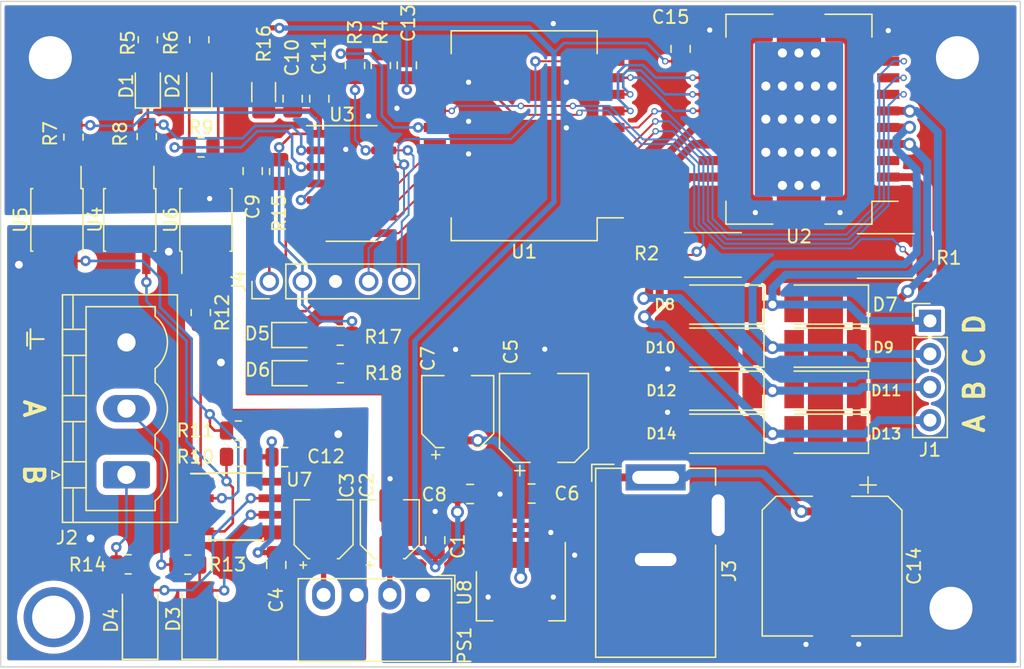
<source format=kicad_pcb>
(kicad_pcb (version 20211014) (generator pcbnew)
  (layers (0 "F.Cu" signal) (31 "B.Cu" signal) (34 "B.Paste" user) (35 "F.Paste" user) (36 "B.SilkS" user "B.Silkscreen") (37 "F.SilkS" user "F.Silkscreen") (38 "B.Mask" user) (39 "F.Mask" user) (44 "Edge.Cuts" user))
  (net 0 "")
  (net 2 "VREF")
  (net 3 "A")
  (net 4 "EN1")
  (net 5 "B")
  (net 6 "EN2")
  (net 8 "5V")
  (net 9 "IS2")
  (net 10 "IS1")
  (net 11 "DIR")
  (net 13 "CLOCK")
  (net 14 "TOP")
  (net 15 "5V-UC")
  (net 16 "GND")
  (net 18 "VCC-IC")
  (net 19 "GND1")
  (net 20 "Net-(D3-Pad2)")
  (net 21 "Net-(D4-Pad2)")
  (net 22 "Net-(R7-Pad2)")
  (net 23 "TX")
  (net 24 "RX")
  (net 26 "Net-(D5-Pad2)")
  (net 27 "RST")
  (net 28 "Net-(D1-Pad2)")
  (net 29 "MCLR")
  (net 30 "Net-(D2-Pad2)")
  (net 31 "OUT-A")
  (net 32 "OUT-B")
  (net 33 "OUT-C")
  (net 34 "OUT-D")
  (net 35 "MB-EN")
  (net 36 "RX-IC")
  (net 37 "IC-EN")
  (net 38 "Net-(R8-Pad2)")
  (net 39 "TX-IC")
  (net 40 "12V")
  (net 41 "Net-(R12-Pad1)")
  (net 42 "Net-(D6-Pad2)")
  (net 43 "C-A")
  (net 44 "C-B")
  (net 45 "C-C")
  (net 46 "C-D")
  (net 47 "PGC{slash}DAC")
  (net 48 "PGD{slash}EN")
  (net 49 "LED1")
  (net 50 "LED2")
  (footprint "Capacitor_SMD:C_0805_2012Metric" (layer "F.Cu") (at 122.936 88.818465 90)
    (fp_text reference "C9")
    (fp_text value "100nF" hide)
  )
  (footprint "Package_SO:HSOP-20-1EP_11.0x15.9mm_P1.27mm_SlugUp" (layer "F.Cu") (at 143.764 86.106 180)
    (fp_text reference "U1")
    (fp_text value "L297" hide)
  )
  (footprint "Capacitor_SMD:C_0805_2012Metric" (layer "F.Cu") (at 124.743477 119.035883 -90)
    (fp_text reference "C4")
    (fp_text value "100nF" hide)
  )
  (footprint "Resistor_SMD:R_0805_2012Metric" (layer "F.Cu") (at 113.38418 118.98867)
    (fp_text reference "R14")
    (fp_text value "1k8" hide)
  )
  (footprint "Diode_SMD:D_MELF" (layer "F.Cu") (at 158.864 102.362 180)
    (fp_text reference "D10")
    (fp_text value "SM4007" hide)
  )
  (footprint "Capacitor_SMD:C_0805_2012Metric" (layer "F.Cu") (at 139.614626 113.591404)
    (fp_text reference "C8")
    (fp_text value "100nF" hide)
  )
  (footprint "Capacitor_SMD:C_0805_2012Metric" (layer "F.Cu") (at 144.333256 113.557877 180)
    (fp_text reference "C6")
    (fp_text value "100nF" hide)
  )
  (footprint "Resistor_SMD:R_0805_2012Metric" (layer "F.Cu") (at 129.670535 104.32451 180)
    (fp_text reference "R18")
    (fp_text value "1k8" hide)
  )
  (footprint "Resistor_SMD:R_1206_3216Metric" (layer "F.Cu") (at 123.778868 82.757817 90)
    (fp_text reference "R16")
    (fp_text value "10k" hide)
  )
  (footprint "Capacitor_SMD:C_0805_2012Metric" (layer "F.Cu") (at 126.003734 83.265089 90)
    (fp_text reference "C10")
    (fp_text value "100nF" hide)
  )
  (footprint "Capacitor_SMD:C_0805_2012Metric" (layer "F.Cu") (at 136.94127 117.138705 90)
    (fp_text reference "C1")
    (fp_text value "100nF" hide)
  )
  (footprint "Package_SO:SO-14_3.9x8.65mm_P1.27mm" (layer "F.Cu") (at 130.523624 89.768509)
    (fp_text reference "U3")
    (fp_text value "PIC16F1704" hide)
  )
  (footprint "Package_SO:SO-4_4.4x3.6mm_P2.54mm" (layer "F.Cu") (at 113.505624 92.562509 -90)
    (fp_text reference "U4")
    (fp_text value "LTV-357T" hide)
  )
  (footprint "Resistor_SMD:R_0805_2012Metric" (layer "F.Cu") (at 114.890802 78.738781 -90)
    (fp_text reference "R5")
    (fp_text value "1k8" hide)
  )
  (footprint "LED_SMD:LED_0805_2012Metric" (layer "F.Cu") (at 126.114535 104.32451)
    (fp_text reference "D6")
    (fp_text value "LED" hide)
  )
  (footprint "Resistor_SMD:R_0805_2012Metric" (layer "F.Cu") (at 114.808 86.169 -90)
    (fp_text reference "R8")
    (fp_text value "1k8" hide)
  )
  (footprint "Diode_SMD:D_MELF" (layer "F.Cu") (at 158.864 108.966 180)
    (fp_text reference "D14")
    (fp_text value "SM4007" hide)
  )
  (footprint "Capacitor_SMD:C_0805_2012Metric" (layer "F.Cu") (at 155.765851 79.444356 90)
    (fp_text reference "C15")
    (fp_text value "100nF" hide)
  )
  (footprint "Resistor_SMD:R_2512_6332Metric" (layer "F.Cu") (at 158.242 95.25)
    (fp_text reference "R2")
    (fp_text value "R" hide)
  )
  (footprint "Capacitor_SMD:CP_Elec_5x4.4" (layer "F.Cu") (at 138.666956 107.269883 90)
    (fp_text reference "C7")
    (fp_text value "10Uf/10V" hide)
  )
  (footprint "Resistor_SMD:R_0805_2012Metric" (layer "F.Cu") (at 118.980153 86.997515 180)
    (fp_text reference "R9")
    (fp_text value "1k8" hide)
  )
  (footprint "Diode_SMD:D_MELF" (layer "F.Cu") (at 158.864 105.664 180)
    (fp_text reference "D12")
    (fp_text value "SM4007" hide)
  )
  (footprint "Resistor_SMD:R_0805_2012Metric" (layer "F.Cu") (at 118.955003 99.674509 -90)
    (fp_text reference "R12")
    (fp_text value "1k8" hide)
  )
  (footprint "Capacitor_SMD:C_0805_2012Metric" (layer "F.Cu") (at 125.369893 110.760452)
    (fp_text reference "C12")
    (fp_text value "100nF" hide)
  )
  (footprint "Diode_SMD:D_SOD-128" (layer "F.Cu") (at 114.3 123.19 90)
    (fp_text reference "D4")
    (fp_text value "D_TVS" hide)
  )
  (footprint "LED_SMD:LED_0805_2012Metric" (layer "F.Cu") (at 118.839624 82.296 90)
    (fp_text reference "D2")
    (fp_text value "LED" hide)
  )
  (footprint "Resistor_SMD:R_0805_2012Metric" (layer "F.Cu") (at 130.786905 80.720066 90)
    (fp_text reference "R3")
    (fp_text value "4k7" hide)
  )
  (footprint "Resistor_SMD:R_0805_2012Metric" (layer "F.Cu") (at 118.839624 78.74 -90)
    (fp_text reference "R6")
    (fp_text value "1k8" hide)
  )
  (footprint "Package_TO_SOT_SMD:SOT-223-3_TabPin2" (layer "F.Cu") (at 143.51 121.412 -90)
    (fp_text reference "U8")
    (fp_text value "AP1117-50" hide)
  )
  (footprint "Package_SO:HSOP-20-1EP_11.0x15.9mm_P1.27mm_SlugDown_ThermalVias" (layer "F.Cu") (at 164.846 84.836 180)
    (fp_text reference "U2")
    (fp_text value "L298P" hide)
  )
  (footprint "Connector_PinHeader_2.54mm:PinHeader_1x04_P2.54mm_Vertical" (layer "F.Cu") (at 174.898598 100.309353)
    (fp_text reference "J1")
    (fp_text value "Screw_Terminal_01x04" hide)
  )
  (footprint "Resistor_SMD:R_0805_2012Metric" (layer "F.Cu") (at 117.954792 119.009586)
    (fp_text reference "R13")
    (fp_text value "1k8" hide)
  )
  (footprint "Converter_DCDC:Converter_DCDC_Murata_MEE1SxxxxSC_THT" (layer "F.Cu") (at 135.996713 121.336464 -90)
    (fp_text reference "PS1")
    (fp_text value "MEE1S0505SC" hide)
  )
  (footprint "Resistor_SMD:R_0805_2012Metric" (layer "F.Cu") (at 121.83973 108.724781 180)
    (fp_text reference "R11")
    (fp_text value "1k8" hide)
  )
  (footprint "Diode_SMD:D_SOD-128" (layer "F.Cu") (at 118.872 123.19 90)
    (fp_text reference "D3")
    (fp_text value "D_TVS" hide)
  )
  (footprint "Resistor_SMD:R_0805_2012Metric" (layer "F.Cu") (at 121.83973 110.740405 180)
    (fp_text reference "R10")
    (fp_text value "1k8" hide)
  )
  (footprint "Capacitor_SMD:CP_Elec_4x5.8" (layer "F.Cu") (at 128.376713 116.294991 90)
    (fp_text reference "C3")
    (fp_text value "10Uf/10V" hide)
  )
  (footprint "Resistor_SMD:R_0805_2012Metric" (layer "F.Cu") (at 129.6435 101.442524 180)
    (fp_text reference "R17")
    (fp_text value "1k8" hide)
  )
  (footprint "Connector_PinHeader_2.54mm:PinHeader_1x05_P2.54mm_Vertical" (layer "F.Cu") (at 124.211 97.282 90)
    (fp_text reference "J4")
    (fp_text value "Screw_Terminal_01x05" hide)
  )
  (footprint "Diode_SMD:D_MELF" (layer "F.Cu") (at 166.878 102.362 180)
    (fp_text reference "D9")
    (fp_text value "SM4007" hide)
  )
  (footprint "Capacitor_SMD:C_0805_2012Metric" (layer "F.Cu") (at 134.760544 80.705227 90)
    (fp_text reference "C13")
    (fp_text value "100nF" hide)
  )
  (footprint "Connector_BarrelJack:BarrelJack_GCT_DCJ200-10-A_Horizontal" (layer "F.Cu") (at 153.85 112.318)
    (fp_text reference "J3")
    (fp_text value "Barrel_Jack_Switch" hide)
  )
  (footprint "Capacitor_SMD:CP_Elec_4x5.8" (layer "F.Cu") (at 133.456713 116.294991 90)
    (fp_text reference "C2")
    (fp_text value "10Uf/10V" hide)
  )
  (footprint "Capacitor_SMD:CP_Elec_10x14.3" (layer "F.Cu") (at 167.386 119.126 -90)
    (fp_text reference "C14")
    (fp_text value "10Uf/10V" hide)
  )
  (footprint "Package_SO:SO-4_4.4x3.6mm_P2.54mm" (layer "F.Cu") (at 107.917624 92.562509 -90)
    (fp_text reference "U5")
    (fp_text value "LTV-357T" hide)
  )
  (footprint "Diode_SMD:D_MELF" (layer "F.Cu") (at 166.878 108.966 180)
    (fp_text reference "D13")
    (fp_text value "SM4007" hide)
  )
  (footprint "LED_SMD:LED_0805_2012Metric" (layer "F.Cu") (at 114.890802 82.294781 90)
    (fp_text reference "D1")
    (fp_text value "LED" hide)
  )
  (footprint "Resistor_SMD:R_0805_2012Metric" (layer "F.Cu") (at 132.767808 80.720066 -90)
    (fp_text reference "R4")
    (fp_text value "1k8" hide)
  )
  (footprint "Diode_SMD:D_MELF" (layer "F.Cu") (at 158.864 99.06 180)
    (fp_text reference "D8")
    (fp_text value "SM4007" hide)
  )
  (footprint "Connector_Phoenix_MSTB:PhoenixContact_MSTBVA_2,5_3-G-5,08_1x03_P5.08mm_Vertical" (layer "F.Cu") (at 113.251624 112.120509 90)
    (fp_text reference "J2")
    (fp_text value "Screw_Terminal_01x03" hide)
  )
  (footprint "Capacitor_SMD:CP_Elec_6.3x3" (layer "F.Cu") (at 145.282796 107.757256 90)
    (fp_text reference "C5")
    (fp_text value "10Uf/10V" hide)
  )
  (footprint "Diode_SMD:D_MELF" (layer "F.Cu") (at 166.878 99.06 180)
    (fp_text reference "D7")
    (fp_text value "SM4007" hide)
  )
  (footprint "Diode_SMD:D_MELF" (layer "F.Cu") (at 166.878 105.664 180)
    (fp_text reference "D11")
    (fp_text value "SM4007" hide)
  )
  (footprint "Resistor_SMD:R_2512_6332Metric" (layer "F.Cu") (at 171.514745 95.332008 180)
    (fp_text reference "R1")
    (fp_text value "R" hide)
  )
  (footprint "Capacitor_SMD:C_0805_2012Metric" (layer "F.Cu") (at 128.049125 83.265089 90)
    (fp_text reference "C11")
    (fp_text value "100nF" hide)
  )
  (footprint "LED_SMD:LED_0805_2012Metric" (layer "F.Cu") (at 126.0875 101.397524)
    (fp_text reference "D5")
    (fp_text value "LED" hide)
  )
  (footprint "Package_SO:SO-4_4.4x3.6mm_P2.54mm" (layer "F.Cu") (at 119.347624 92.562509 90)
    (fp_text reference "U6")
    (fp_text value "LTV-357T" hide)
  )
  (footprint "Resistor_SMD:R_0805_2012Metric" (layer "F.Cu") (at 124.968 88.855107 90)
    (fp_text reference "R15")
    (fp_text value "10k" hide)
  )
  (footprint "Package_SO:PowerIntegrations_SO-8" (layer "F.Cu") (at 121.666 114.554)
    (fp_text reference "U7")
    (fp_text value "MAX485E" hide)
  )
  (footprint "Resistor_SMD:R_0805_2012Metric" (layer "F.Cu") (at 109.187624 86.212509 -90)
    (fp_text reference "R7")
    (fp_text value "1k8" hide)
  )
  (gr_line (start 106.901624 101.706509) (end 105.885624 101.706509) (layer "F.SilkS") (width 0.15))
  (gr_line (start 105.631624 101.198509) (end 105.631624 102.214509) (layer "F.SilkS") (width 0.15))
  (gr_line (start 105.885624 100.944509) (end 105.885624 102.468509) (layer "F.SilkS") (width 0.15))
  (gr_rect (start 103.599624 75.798509) (end 181.831624 126.852509) (layer "Edge.Cuts") (width 0.1) (fill none))
  (gr_text "B" (at 178.308 105.664 90) (layer "F.SilkS") (effects (font (size 1.5 1.5) (thickness 0.3))))
  (gr_text "A" (at 178.308 108.204 90) (layer "F.SilkS") (effects (font (size 1.5 1.5) (thickness 0.3))))
  (gr_text "A" (at 106.139624 107.040509 270) (layer "F.SilkS") (effects (font (size 1.5 1.5) (thickness 0.3))))
  (gr_text "B" (at 106.139624 112.120509 270) (layer "F.SilkS") (effects (font (size 1.5 1.5) (thickness 0.3))))
  (gr_text "D" (at 178.308 100.584 90) (layer "F.SilkS") (effects (font (size 1.5 1.5) (thickness 0.3))))
  (gr_text "C" (at 178.308 103.124 90) (layer "F.SilkS") (effects (font (size 1.5 1.5) (thickness 0.3))))
  (via (at 107.663624 123.042509) (size 4.6) (drill 3.3) (layers "F.Cu" "B.Cu") (net 0))
  (segment (start 136.911165 85.468165) (end 136.914 85.471) (width 0.2) (layer "F.Cu") (net 2))
  (segment (start 135.634478 85.468165) (end 136.911165 85.468165) (width 0.2) (layer "F.Cu") (net 2))
  (segment (start 132.767808 79.807566) (end 130.786905 79.807566) (width 0.2) (layer "F.Cu") (net 2))
  (segment (start 130.786905 79.807566) (end 129.688795 79.807566) (width 0.2) (layer "F.Cu") (net 2))
  (segment (start 129.688795 79.807566) (end 129.683115 79.813246) (width 0.2) (layer "F.Cu") (net 2))
  (via (at 129.683115 79.813246) (size 0.8) (drill 0.4) (layers "F.Cu" "B.Cu") (net 2))
  (via (at 135.634478 85.468165) (size 0.8) (drill 0.4) (layers "F.Cu" "B.Cu") (net 2))
  (segment (start 132.842 80.772) (end 132.842 84.582) (width 0.2) (layer "B.Cu") (net 2))
  (segment (start 132.842 84.582) (end 133.728165 85.468165) (width 0.2) (layer "B.Cu") (net 2))
  (segment (start 129.683115 79.813246) (end 131.883246 79.813246) (width 0.2) (layer "B.Cu") (net 2))
  (segment (start 133.728165 85.468165) (end 135.634478 85.468165) (width 0.2) (layer "B.Cu") (net 2))
  (segment (start 131.883246 79.813246) (end 132.842 80.772) (width 0.2) (layer "B.Cu") (net 2))
  (segment (start 115.925661 119.009586) (end 115.924502 119.008427) (width 0.2) (layer "F.Cu") (net 3))
  (segment (start 117.042292 119.009586) (end 115.925661 119.009586) (width 0.2) (layer "F.Cu") (net 3))
  (via (at 115.924502 119.008427) (size 0.8) (drill 0.4) (layers "F.Cu" "B.Cu") (net 3))
  (segment (start 115.924502 119.008427) (end 115.941023 118.991906) (width 0.2) (layer "B.Cu") (net 3))
  (segment (start 115.941023 118.991906) (end 115.941023 109.729908) (width 0.2) (layer "B.Cu") (net 3))
  (segment (start 115.941023 109.729908) (end 113.251624 107.040509) (width 0.2) (layer "B.Cu") (net 3))
  (segment (start 172.870892 81.661) (end 171.696 81.661) (width 0.1524) (layer "F.Cu") (net 4))
  (segment (start 153.828997 85.004898) (end 152.092895 86.741) (width 0.1524) (layer "F.Cu") (net 4))
  (segment (start 152.092895 86.741) (end 150.614 86.741) (width 0.1524) (layer "F.Cu") (net 4))
  (via (at 153.828997 85.004898) (size 0.5) (drill 0.3) (layers "F.Cu" "B.Cu") (net 4))
  (via (at 172.870892 81.661) (size 0.5) (drill 0.3) (layers "F.Cu" "B.Cu") (net 4))
  (segment (start 154.925192 85.004898) (end 153.828997 85.004898) (width 0.1524) (layer "B.Cu") (net 4))
  (segment (start 159.295938 94.0372) (end 157.865394 92.606656) (width 0.1524) (layer "B.Cu") (net 4))
  (segment (start 168.629462 94.0372) (end 159.295938 94.0372) (width 0.1524) (layer "B.Cu") (net 4))
  (segment (start 157.865394 92.606656) (end 157.865394 87.945098) (width 0.1524) (layer "B.Cu") (net 4))
  (segment (start 157.865394 87.945098) (end 154.925192 85.004898) (width 0.1524) (layer "B.Cu") (net 4))
  (segment (start 171.364148 82.635852) (end 171.364148 91.302514) (width 0.1524) (layer "B.Cu") (net 4))
  (segment (start 172.870892 81.661) (end 172.339 81.661) (width 0.1524) (layer "B.Cu") (net 4))
  (segment (start 172.339 81.661) (end 171.364148 82.635852) (width 0.1524) (layer "B.Cu") (net 4))
  (segment (start 171.364148 91.302514) (end 168.629462 94.0372) (width 0.1524) (layer "B.Cu") (net 4))
  (segment (start 112.47168 117.678788) (end 112.471051 117.678159) (width 0.2) (layer "F.Cu") (net 5))
  (segment (start 112.47168 118.98867) (end 112.47168 117.678788) (width 0.2) (layer "F.Cu") (net 5))
  (via (at 112.471051 117.678159) (size 0.8) (drill 0.4) (layers "F.Cu" "B.Cu") (net 5))
  (segment (start 112.471051 117.678159) (end 113.251624 116.897586) (width 0.2) (layer "B.Cu") (net 5))
  (segment (start 113.251624 116.897586) (end 113.251624 112.120509) (width 0.2) (layer "B.Cu") (net 5))
  (segment (start 157.994219 82.932781) (end 157.996 82.931) (width 0.2) (layer "F.Cu") (net 6))
  (segment (start 156.684997 82.932781) (end 157.994219 82.932781) (width 0.2) (layer "F.Cu") (net 6))
  (segment (start 151.899108 82.931) (end 151.899531 82.931423) (width 0.2) (layer "F.Cu") (net 6))
  (segment (start 150.614 82.931) (end 151.899108 82.931) (width 0.2) (layer "F.Cu") (net 6))
  (via (at 151.899531 82.931423) (size 0.5) (drill 0.3) (layers "F.Cu" "B.Cu") (net 6))
  (via (at 156.684997 82.932781) (size 0.5) (drill 0.3) (layers "F.Cu" "B.Cu") (net 6))
  (segment (start 151.899531 82.931423) (end 151.36413 82.396022) (width 0.2) (layer "B.Cu") (net 6))
  (segment (start 154.562602 82.932781) (end 156.684997 82.932781) (width 0.2) (layer "B.Cu") (net 6))
  (segment (start 151.36413 82.396022) (end 151.36413 81.413866) (width 0.2) (layer "B.Cu") (net 6))
  (segment (start 151.686312 81.091684) (end 152.721505 81.091684) (width 0.2) (layer "B.Cu") (net 6))
  (segment (start 151.36413 81.413866) (end 151.686312 81.091684) (width 0.2) (layer "B.Cu") (net 6))
  (segment (start 152.721505 81.091684) (end 154.562602 82.932781) (width 0.2) (layer "B.Cu") (net 6))
  (segment (start 138.666956 109.469883) (end 138.666956 113.589074) (width 0.4064) (layer "F.Cu") (net 8))
  (segment (start 134.766317 81.661) (end 136.914 81.661) (width 0.2) (layer "F.Cu") (net 8))
  (segment (start 138.664626 114.954079) (end 138.643882 114.974823) (width 0.4064) (layer "F.Cu") (net 8))
  (segment (start 155.765851 80.394356) (end 155.769207 80.391) (width 0.2) (layer "F.Cu") (net 8))
  (segment (start 123.769534 78.811534) (end 123.769534 77.8275) (width 0.4064) (layer "F.Cu") (net 8))
  (segment (start 124.967187 77.8275) (end 124.984329 77.844642) (width 0.4064) (layer "F.Cu") (net 8))
  (segment (start 143.51 118.262) (end 143.51 119.99) (width 0.6096) (layer "F.Cu") (net 8))
  (segment (start 134.760544 82.573442) (end 134.760134 82.573852) (width 0.2) (layer "F.Cu") (net 8))
  (segment (start 120.293746 86.596422) (end 120.293746 82.195083) (width 0.2) (layer "F.Cu") (net 8))
  (segment (start 138.666956 113.589074) (end 138.664626 113.591404) (width 0.4064) (layer "F.Cu") (net 8))
  (segment (start 138.677735 109.480662) (end 138.666956 109.469883) (width 0.6096) (layer "F.Cu") (net 8))
  (segment (start 118.838405 77.826281) (end 118.839624 77.8275) (width 0.4064) (layer "F.Cu") (net 8))
  (segment (start 118.839624 77.8275) (end 122.7855 77.8275) (width 0.4064) (layer "F.Cu") (net 8))
  (segment (start 136.94127 118.088705) (end 133.462999 118.088705) (width 0.4064) (layer "F.Cu") (net 8))
  (segment (start 143.51 119.99) (end 143.5 120) (width 0.6096) (layer "F.Cu") (net 8))
  (segment (start 138.671073 109.474) (end 138.666956 109.469883) (width 0.4064) (layer "F.Cu") (net 8))
  (segment (start 120.293746 82.195083) (end 121.193512 81.295317) (width 0.2) (layer "F.Cu") (net 8))
  (segment (start 155.769207 80.391) (end 157.996 80.391) (width 0.2) (layer "F.Cu") (net 8))
  (segment (start 123.769534 77.8275) (end 124.967187 77.8275) (width 0.4064) (layer "F.Cu") (net 8))
  (segment (start 114.890802 77.826281) (end 118.838405 77.826281) (width 0.4064) (layer "F.Cu") (net 8))
  (segment (start 122.7855 77.8275) (end 123.769534 77.8275) (width 0.4064) (layer "F.Cu") (net 8))
  (segment (start 138.664626 113.591404) (end 138.664626 114.954079) (width 0.4064) (layer "F.Cu") (net 8))
  (segment (start 133.462999 118.088705) (end 133.456713 118.094991) (width 0.4064) (layer "F.Cu") (net 8))
  (segment (start 140.203235 109.480662) (end 138.677735 109.480662) (width 0.6096) (layer "F.Cu") (net 8))
  (segment (start 154.587562 80.394356) (end 154.585869 80.392663) (width 0.2) (layer "F.Cu") (net 8))
  (segment (start 121.193512 81.295317) (end 123.778868 81.295317) (width 0.2) (layer "F.Cu") (net 8))
  (segment (start 134.760544 81.655227) (end 134.766317 81.661) (width 0.2) (layer "F.Cu") (net 8))
  (segment (start 123.778868 78.820868) (end 123.778868 81.295317) (width 0.4064) (layer "F.Cu") (net 8))
  (segment (start 123.778868 78.820868) (end 123.769534 78.811534) (width 0.4064) (layer "F.Cu") (net 8))
  (segment (start 134.760544 81.655227) (end 134.760544 82.573442) (width 0.2) (layer "F.Cu") (net 8))
  (segment (start 119.892653 86.997515) (end 120.293746 86.596422) (width 0.2) (layer "F.Cu") (net 8))
  (segment (start 133.456713 121.336464) (end 133.456713 118.094991) (width 0.4064) (layer "F.Cu") (net 8))
  (segment (start 143.490466 118.256466) (end 143.496 118.262) (width 0.4064) (layer "F.Cu") (net 8))
  (segment (start 155.765851 80.394356) (end 154.587562 80.394356) (width 0.2) (layer "F.Cu") (net 8))
  (segment (start 136.94519 119.196543) (end 136.94519 118.092625) (width 0.4064) (layer "F.Cu") (net 8))
  (segment (start 138.663977 109.472862) (end 138.666956 109.469883) (width 0.4064) (layer "F.Cu") (net 8))
  (segment (start 136.94519 118.092625) (end 136.94127 118.088705) (width 0.4064) (layer "F.Cu") (net 8))
  (via (at 140.203235 109.480662) (size 1) (drill 0.6) (layers "F.Cu" "B.Cu") (net 8))
  (via (at 134.760134 82.573852) (size 0.8) (drill 0.4) (layers "F.Cu" "B.Cu") (net 8))
  (via (at 138.643882 114.974823) (size 1) (drill 0.6) (layers "F.Cu" "B.Cu") (net 8))
  (via (at 124.984329 77.844642) (size 0.8) (drill 0.4) (layers "F.Cu" "B.Cu") (net 8))
  (via (at 136.94519 119.196543) (size 0.8) (drill 0.4) (layers "F.Cu" "B.Cu") (net 8))
  (via (at 154.585869 80.392663) (size 0.5) (drill 0.3) (layers "F.Cu" "B.Cu") (net 8))
  (via (at 143.5 120) (size 1) (drill 0.6) (layers "F.Cu" "B.Cu") (net 8))
  (segment (start 143.5 120) (end 143.5 111.448798) (width 0.6096) (layer "B.Cu") (net 8))
  (segment (start 134.753358 77.844642) (end 144.138642 77.844642) (width 0.4064) (layer "B.Cu") (net 8))
  (segment (start 134.743074 82.556792) (end 134.743074 77.854926) (width 0.2) (layer "B.Cu") (net 8))
  (segment (start 154.585869 80.392663) (end 153.193206 79) (width 0.2) (layer "B.Cu") (net 8))
  (segment (start 134.743074 77.854926) (end 134.753358 77.844642) (width 0.2) (layer "B.Cu") (net 8))
  (segment (start 138.669155 115.000096) (end 138.669155 117.472578) (width 0.4064) (layer "B.Cu") (net 8))
  (segment (start 136.94519 119.16519) (end 136.94519 119.196543) (width 0.4064) (layer "B.Cu") (net 8))
  (segment (start 144.138642 77.844642) (end 146.05 79.756) (width 0.4064) (layer "B.Cu") (net 8))
  (segment (start 141.531864 109.480662) (end 140.203235 109.480662) (width 0.6096) (layer "B.Cu") (net 8))
  (segment (start 146.806 79) (end 146.05 79.756) (width 0.2) (layer "B.Cu") (net 8))
  (segment (start 124.984329 77.844642) (end 134.753358 77.844642) (width 0.4064) (layer "B.Cu") (net 8))
  (segment (start 138.643882 114.974823) (end 138.669155 115.000096) (width 0.4064) (layer "B.Cu") (net 8))
  (segment (start 153.193206 79) (end 146.806 79) (width 0.2) (layer "B.Cu") (net 8))
  (segment (start 135.382 101.854) (end 135.382 117.602) (width 0.4064) (layer "B.Cu") (net 8))
  (segment (start 143.5 111.448798) (end 141.531864 109.480662) (width 0.6096) (layer "B.Cu") (net 8))
  (segment (start 138.669155 117.472578) (end 136.94519 119.196543) (width 0.4064) (layer "B.Cu") (net 8))
  (segment (start 146.05 79.756) (end 146.05 91.186) (width 0.4064) (layer "B.Cu") (net 8))
  (segment (start 134.760134 82.573852) (end 134.743074 82.556792) (width 0.2) (layer "B.Cu") (net 8))
  (segment (start 146.05 91.186) (end 135.382 101.854) (width 0.4064) (layer "B.Cu") (net 8))
  (segment (start 135.382 117.602) (end 136.94519 119.16519) (width 0.4064) (layer "B.Cu") (net 8))
  (segment (start 155.2795 90.4655) (end 156.464 89.281) (width 0.6096) (layer "F.Cu") (net 9))
  (segment (start 156.75 95.25) (end 157 95) (width 0.1524) (layer "F.Cu") (net 9))
  (segment (start 155.2795 95.25) (end 155.2795 90.4655) (width 0.6096) (layer "F.Cu") (net 9))
  (segment (start 147.8519 84.5) (end 143 84.5) (width 0.1524) (layer "F.Cu") (net 9))
  (segment (start 141.431 82.931) (end 142.5 84) (width 0.2) (layer "F.Cu") (net 9))
  (segment (start 136.914 82.931) (end 141.431 82.931) (width 0.2) (layer "F.Cu") (net 9))
  (segment (start 148.0062 84.3457) (end 147.8519 84.5) (width 0.1524) (layer "F.Cu") (net 9))
  (segment (start 155.2795 95.25) (end 156.75 95.25) (width 0.1524) (layer "F.Cu") (net 9))
  (segment (start 143 84.5) (end 142.5 84) (width 0.1524) (layer "F.Cu") (net 9))
  (segment (start 156.464 89.281) (end 157.996 89.281) (width 0.6096) (layer "F.Cu") (net 9))
  (via (at 157 95) (size 0.8) (drill 0.4) (layers "F.Cu" "B.Cu") (net 9))
  (via (at 148.0062 84.3457) (size 0.5) (drill 0.3) (layers "F.Cu" "B.Cu") (net 9))
  (segment (start 148.0062 84.3457) (end 148.1795 84.1724) (width 0.1524) (layer "B.Cu") (net 9))
  (segment (start 148.1795 84.1724) (end 150.1724 84.1724) (width 0.1524) (layer "B.Cu") (net 9))
  (segment (start 157.5 94.5) (end 157 95) (width 0.1524) (layer "B.Cu") (net 9))
  (segment (start 156.808194 88.383004) (end 156.808194 93.044562) (width 0.1524) (layer "B.Cu") (net 9))
  (segment (start 156.808194 93.044562) (end 157.5 93.736367) (width 0.1524) (layer "B.Cu") (net 9))
  (segment (start 157.5 93.736367) (end 157.5 94.5) (width 0.1524) (layer "B.Cu") (net 9))
  (segment (start 155.168644 86.743454) (end 156.808194 88.383004) (width 0.1524) (layer "B.Cu") (net 9))
  (segment (start 152.743454 86.743454) (end 155.168644 86.743454) (width 0.1524) (layer "B.Cu") (net 9))
  (segment (start 150.1724 84.1724) (end 152.743454 86.743454) (width 0.1524) (layer "B.Cu") (net 9))
  (segment (start 173.332008 95.332008) (end 174.477245 95.332008) (width 0.1524) (layer "F.Cu") (net 10))
  (segment (start 174.477245 95.332008) (end 174.477245 90.149245) (width 0.6096) (layer "F.Cu") (net 10))
  (segment (start 172.808339 94.808339) (end 173.332008 95.332008) (width 0.1524) (layer "F.Cu") (net 10))
  (segment (start 173.609 89.281) (end 171.696 89.281) (width 0.6096) (layer "F.Cu") (net 10))
  (segment (start 174.477245 90.149245) (end 173.609 89.281) (width 0.6096) (layer "F.Cu") (net 10))
  (segment (start 138.209201 84.200999) (end 136.914 84.201) (width 0.1524) (layer "F.Cu") (net 10))
  (segment (start 147.5 83.82) (end 143.51 83.82) (width 0.1524) (layer "F.Cu") (net 10))
  (via (at 138.209201 84.200999) (size 0.5) (drill 0.3) (layers "F.Cu" "B.Cu") (net 10))
  (via (at 172.808339 94.808339) (size 0.5) (drill 0.3) (layers "F.Cu" "B.Cu") (net 10))
  (via (at 147.5 83.82) (size 0.5) (drill 0.3) (layers "F.Cu" "B.Cu") (net 10))
  (via (at 143.51 83.82) (size 0.5) (drill 0.3) (layers "F.Cu" "B.Cu") (net 10))
  (segment (start 159.004 94.742) (end 168.921398 94.742) (width 0.1524) (layer "B.Cu") (net 10))
  (segment (start 152.891054 86.391054) (end 155.314612 86.391054) (width 0.1524) (layer "B.Cu") (net 10))
  (segment (start 157.160594 92.898593) (end 159.004 94.742) (width 0.1524) (layer "B.Cu") (net 10))
  (segment (start 155.314612 86.391054) (end 157.160594 88.237036) (width 0.1524) (layer "B.Cu") (net 10))
  (segment (start 138.5902 83.82) (end 138.209201 84.200999) (width 0.1524) (layer "B.Cu") (net 10))
  (segment (start 150.32 83.82) (end 152.891054 86.391054) (width 0.1524) (layer "B.Cu") (net 10))
  (segment (start 168.921398 94.742) (end 169.628379 94.035019) (width 0.1524) (layer "B.Cu") (net 10))
  (segment (start 169.628379 94.035019) (end 172.035019 94.035019) (width 0.1524) (layer "B.Cu") (net 10))
  (segment (start 172.035019 94.035019) (end 172.808339 94.808339) (width 0.1524) (layer "B.Cu") (net 10))
  (segment (start 147.5 83.82) (end 150.32 83.82) (width 0.1524) (layer "B.Cu") (net 10))
  (segment (start 143.51 83.82) (end 138.5902 83.82) (width 0.1524) (layer "B.Cu") (net 10))
  (segment (start 157.160594 88.237036) (end 157.160594 92.898593) (width 0.1524) (layer "B.Cu") (net 10))
  (segment (start 135.879844 88.011) (end 136.914 88.011) (width 0.1524) (layer "F.Cu") (net 11))
  (segment (start 134.122335 89.768509) (end 135.879844 88.011) (width 0.1524) (layer "F.Cu") (net 11))
  (segment (start 132.998624 89.768509) (end 134.122335 89.768509) (width 0.1524) (layer "F.Cu") (net 11))
  (segment (start 135.882352 89.281) (end 136.914 89.281) (width 0.1524) (layer "F.Cu") (net 13))
  (segment (start 134.124843 91.038509) (end 135.882352 89.281) (width 0.1524) (layer "F.Cu") (net 13))
  (segment (start 134.124843 91.038509) (end 132.998624 91.038509) (width 0.1524) (layer "F.Cu") (net 13))
  (segment (start 134.134855 92.308509) (end 135.892364 90.551) (width 0.1524) (layer "F.Cu") (net 14))
  (segment (start 132.998624 92.308509) (end 134.134855 92.308509) (width 0.1524) (layer "F.Cu") (net 14))
  (segment (start 135.892364 90.551) (end 136.914 90.551) (width 0.1524) (layer "F.Cu") (net 14))
  (segment (start 125.429724 86.537775) (end 125.427314 86.537775) (width 0.2) (layer "F.Cu") (net 15))
  (segment (start 130.556 101.442524) (end 130.556 100.339271) (width 0.2) (layer "F.Cu") (net 15))
  (segment (start 126.00899 85.958509) (end 125.429724 86.537775) (width 0.2) (layer "F.Cu") (net 15))
  (segment (start 124.968 86.997581) (end 124.967754 86.997335) (width 0.2) (layer "F.Cu") (net 15))
  (segment (start 130.583035 104.32451) (end 130.556 104.297475) (width 0.2) (layer "F.Cu") (net 15))
  (segment (start 128.048624 85.958509) (end 128.048624 84.21559) (width 0.4064) (layer "F.Cu") (net 15))
  (segment (start 130.569831 101.456355) (end 130.556 101.442524) (width 0.2) (layer "F.Cu") (net 15))
  (segment (start 130.556 104.297475) (end 130.556 101.442524) (width 0.2) (layer "F.Cu") (net 15))
  (segment (start 126.003734 84.215089) (end 123.784096 84.215089) (width 0.4064) (layer "F.Cu") (net 15))
  (segment (start 128.048624 84.21559) (end 128.049125 84.215089) (width 0.4064) (layer "F.Cu") (net 15))
  (segment (start 124.968 87.942607) (end 124.968 86.997581) (width 0.2) (layer "F.Cu") (net 15))
  (segment (start 130.583579 104.325054) (end 130.583035 104.32451) (width 0.2) (layer "F.Cu") (net 15))
  (segment (start 123.784096 84.215089) (end 123.778868 84.220317) (width 0.4064) (layer "F.Cu") (net 15))
  (segment (start 125.427314 86.537775) (end 124.967754 86.997335) (width 0.2) (layer "F.Cu") (net 15))
  (segment (start 128.049125 84.215089) (end 126.003734 84.215089) (width 0.4064) (layer "F.Cu") (net 15))
  (segment (start 128.048624 85.958509) (end 126.00899 85.958509) (width 0.2) (layer "F.Cu") (net 15))
  (segment (start 130.556 100.339271) (end 130.556685 100.338586) (width 0.2) (layer "F.Cu") (net 15))
  (via (at 124.967754 86.997335) (size 0.8) (drill 0.4) (layers "F.Cu" "B.Cu") (net 15))
  (via (at 130.556685 100.338586) (size 0.8) (drill 0.4) (layers "F.Cu" "B.Cu") (net 15))
  (segment (start 130.548099 100.33) (end 128.016 100.33) (width 0.2) (layer "B.Cu") (net 15))
  (segment (start 126.751 96.017) (end 126.751 97.282) (width 0.2) (layer "B.Cu") (net 15))
  (segment (start 124.967754 86.997335) (end 124.967754 94.233754) (width 0.2) (layer "B.Cu") (net 15))
  (segment (start 128.016 100.33) (end 126.751 99.065) (width 0.2) (layer "B.Cu") (net 15))
  (segment (start 130.556685 100.338586) (end 130.548099 100.33) (width 0.2) (layer "B.Cu") (net 15))
  (segment (start 126.751 99.065) (end 126.751 97.282) (width 0.2) (layer "B.Cu") (net 15))
  (segment (start 124.967754 94.233754) (end 126.751 96.017) (width 0.2) (layer "B.Cu") (net 15))
  (via (at 133.476934 112.4231) (size 0.8) (drill 0.4) (layers "F.Cu" "B.Cu") (net 16))
  (via (at 147 82) (size 0.8) (drill 0.4) (layers "F.Cu" "B.Cu") (net 16))
  (via (at 176.509108 122.360251) (size 4.6) (drill 3.3) (layers "F.Cu" "B.Cu") (net 16))
  (via (at 147 85.5) (size 0.8) (drill 0.4) (layers "F.Cu" "B.Cu") (net 16))
  (via (at 107.409624 80.116509) (size 4.6) (drill 3.3) (layers "F.Cu" "B.Cu") (net 16))
  (via (at 130.076932 87.153887) (size 0.8) (drill 0.4) (layers "F.Cu" "B.Cu") (net 16))
  (via (at 161.5 92) (size 0.8) (drill 0.4) (layers "F.Cu" "B.Cu") (net 16))
  (via (at 141.914256 113.604338) (size 0.8) (drill 0.4) (layers "F.Cu" "B.Cu") (net 16))
  (via (at 138.5 102.5) (size 0.8) (drill 0.4) (layers "F.Cu" "B.Cu") (net 16))
  (via (at 119.634 90.932) (size 0.8) (drill 0.4) (layers "F.Cu" "B.Cu") (net 16))
  (via (at 131.820516 84.602539) (size 0.8) (drill 0.4) (layers "F.Cu" "B.Cu") (net 16))
  (via (at 139.5 82) (size 0.8) (drill 0.4) (layers "F.Cu" "B.Cu") (net 16))
  (via (at 141 121.5) (size 0.8) (drill 0.4) (layers "F.Cu" "B.Cu") (net 16))
  (via (at 171.700861 78.040608) (size 0.8) (drill 0.4) (layers "F.Cu" "B.Cu") (net 16))
  (via (at 165.384606 125.130777) (size 0.8) (drill 0.4) (layers "F.Cu" "B.Cu") (net 16))
  (via (at 145.345156 102.481175) (size 0.8) (drill 0.4) (layers "F.Cu" "B.Cu") (net 16))
  (via (at 154.76584 107.322773) (size 0.8) (drill 0.4) (layers "F.Cu" "B.Cu") (net 16))
  (via (at 134 84) (size 0.8) (drill 0.4) (layers "F.Cu" "B.Cu") (net 16))
  (via (at 139.5 87.5) (size 0.8) (drill 0.4) (layers "F.Cu" "B.Cu") (net 16))
  (via (at 169.43067 125.115393) (size 0.8) (drill 0.4) (layers "F.Cu" "B.Cu") (net 16))
  (via (at 136.939115 114.928776) (size 0.8) (drill 0.4) (layers "F.Cu" "B.Cu") (net 16))
  (via (at 154.776916 103.999999) (size 0.8) (drill 0.4) (layers "F.Cu" "B.Cu") (net 16))
  (via (at 168 92) (size 0.8) (drill 0.4) (layers "F.Cu" "B.Cu") (net 16))
  (via (at 146 77.5) (size 0.8) (drill 0.4) (layers "F.Cu" "B.Cu") (net 16))
  (via (at 158 78) (size 0.8) (drill 0.4) (layers "F.Cu" "B.Cu") (net 16))
  (via (at 145.811602 116.544514) (size 0.8) (drill 0.4) (layers "F.Cu" "B.Cu") (net 16))
  (via (at 146 121.5) (size 0.8) (drill 0.4) (layers "F.Cu" "B.Cu") (net 16))
  (via (at 177.005624 80.116509) (size 4.6) (drill 3.3) (layers "F.Cu" "B.Cu") (net 16))
  (via (at 147.641 118.282044) (size 0.8) (drill 0.4) (layers "F.Cu" "B.Cu") (net 16))
  (via (at 139.5 85) (size 0.8) (drill 0.4) (layers "F.Cu" "B.Cu") (net 16))
  (segment (start 124.743477 118.085883) (end 123.334091 118.085883) (width 0.4064) (layer "F.Cu") (net 18))
  (segment (start 122.75223 110.740405) (end 124.399846 110.740405) (width 0.4064) (layer "F.Cu") (net 18))
  (segment (start 124.419893 110.760452) (end 124.419893 112.620107) (width 0.4064) (layer "F.Cu") (net 18))
  (segment (start 128.376713 118.094991) (end 124.752585 118.094991) (width 0.4064) (layer "F.Cu") (net 18))
  (segment (start 124.398359 110.738918) (end 124.419893 110.760452) (width 0.4064) (layer "F.Cu") (net 18))
  (segment (start 124.419893 112.620107) (end 124.391 112.649) (width 0.4064) (layer "F.Cu") (net 18))
  (segment (start 122.75223 108.724781) (end 122.75223 110.740405) (width 0.4064) (layer "F.Cu") (net 18))
  (segment (start 124.398359 109.562845) (end 124.398359 110.738918) (width 0.4064) (layer "F.Cu") (net 18))
  (segment (start 123.334091 118.085883) (end 123.333756 118.086218) (width 0.4064) (layer "F.Cu") (net 18))
  (segment (start 128.376713 118.094991) (end 128.376713 121.336464) (width 0.4064) (layer "F.Cu") (net 18))
  (segment (start 124.399846 110.740405) (end 124.419893 110.760452) (width 0.4064) (layer "F.Cu") (net 18))
  (segment (start 124.752585 118.094991) (end 124.743477 118.085883) (width 0.4064) (layer "F.Cu") (net 18))
  (via (at 123.333756 118.086218) (size 0.8) (drill 0.35) (layers "F.Cu" "B.Cu") (net 18))
  (via (at 124.398359 109.562845) (size 0.8) (drill 0.4) (layers "F.Cu" "B.Cu") (net 18))
  (segment (start 123.333756 118.086218) (end 124.398359 117.021615) (width 0.4064) (layer "B.Cu") (net 18))
  (segment (start 124.398359 117.021615) (end 124.398359 109.562845) (width 0.4064) (layer "B.Cu") (net 18))
  (via (at 129.5 109) (size 1) (drill 0.6) (layers "F.Cu" "B.Cu") (net 19))
  (via (at 120.5 103.5) (size 1) (drill 0.6) (layers "F.Cu" "B.Cu") (net 19))
  (via (at 105 96) (size 1) (drill 0.6) (layers "F.Cu" "B.Cu") (net 19))
  (via (at 110.5 117) (size 1) (drill 0.6) (layers "F.Cu" "B.Cu") (net 19))
  (via (at 116.5 95) (size 1) (drill 0.6) (layers "F.Cu" "B.Cu") (net 19))
  (segment (start 120.752733 120.991057) (end 118.873057 120.991057) (width 0.2) (layer "F.Cu") (net 20))
  (segment (start 118.873057 120.991057) (end 118.872 120.99) (width 0.2) (layer "F.Cu") (net 20))
  (segment (start 122.798013 115.189) (end 122.796595 115.187582) (width 0.2) (layer "F.Cu") (net 20))
  (segment (start 118.867292 120.985292) (end 118.872 120.99) (width 0.2) (layer "F.Cu") (net 20))
  (segment (start 118.867292 119.009586) (end 118.867292 120.985292) (width 0.2) (layer "F.Cu") (net 20))
  (segment (start 124.391 115.189) (end 122.798013 115.189) (width 0.2) (layer "F.Cu") (net 20))
  (via (at 122.796595 115.187582) (size 0.8) (drill 0.4) (layers "F.Cu" "B.Cu") (net 20))
  (via (at 120.752733 120.991057) (size 0.8) (drill 0.4) (layers "F.Cu" "B.Cu") (net 20))
  (segment (start 122.796595 115.187582) (end 120.752733 117.231444) (width 0.2) (layer "B.Cu") (net 20))
  (segment (start 120.752733 117.231444) (end 120.752733 120.991057) (width 0.2) (layer "B.Cu") (net 20))
  (segment (start 124.391 113.919) (end 122.792573 113.919) (width 0.2) (layer "F.Cu") (net 21))
  (segment (start 114.29668 118.98867) (end 114.3 118.99199) (width 0.2) (layer "F.Cu") (net 21))
  (segment (start 114.316922 120.973078) (end 114.3 120.99) (width 0.2) (layer "F.Cu") (net 21))
  (segment (start 122.792573 113.919) (end 122.787456 113.913883) (width 0.2) (layer "F.Cu") (net 21))
  (segment (start 114.3 118.99199) (end 114.3 120.99) (width 0.2) (layer "F.Cu") (net 21))
  (segment (start 116.162488 120.973078) (end 114.316922 120.973078) (width 0.2) (layer "F.Cu") (net 21))
  (via (at 116.162488 120.973078) (size 0.8) (drill 0.4) (layers "F.Cu" "B.Cu") (net 21))
  (via (at 122.787456 113.913883) (size 0.8) (drill 0.4) (layers "F.Cu" "B.Cu") (net 21))
  (segment (start 118.294922 120.973078) (end 116.162488 120.973078) (width 0.2) (layer "B.Cu") (net 21))
  (segment (start 122.787456 113.913883) (end 119.888 116.813338) (width 0.2) (layer "B.Cu") (net 21))
  (segment (start 119.888 119.38) (end 118.294922 120.973078) (width 0.2) (layer "B.Cu") (net 21))
  (segment (start 119.888 116.813338) (end 119.888 119.38) (width 0.2) (layer "B.Cu") (net 21))
  (segment (start 109.187624 87.125009) (end 109.187624 89.412509) (width 0.2) (layer "F.Cu") (net 22))
  (segment (start 116.098547 85.2565) (end 116.098806 85.256759) (width 0.2) (layer "F.Cu") (net 23))
  (segment (start 114.890802 83.232281) (end 114.890802 85.173698) (width 0.2) (layer "F.Cu") (net 23))
  (segment (start 128.048624 87.228509) (end 126.66036 87.228509) (width 0.2) (layer "F.Cu") (net 23))
  (segment (start 114.890802 85.173698) (end 114.808 85.2565) (width 0.2) (layer "F.Cu") (net 23))
  (segment (start 126.66036 87.228509) (end 126.659911 87.228958) (width 0.2) (layer "F.Cu") (net 23))
  (segment (start 114.808 85.2565) (end 116.098547 85.2565) (width 0.2) (layer "F.Cu") (net 23))
  (via (at 126.659911 87.228958) (size 0.8) (drill 0.4) (layers "F.Cu" "B.Cu") (net 23))
  (via (at 116.098806 85.256759) (size 0.8) (drill 0.4) (layers "F.Cu" "B.Cu") (net 23))
  (segment (start 122.177006 86.299308) (end 117.141355 86.299308) (width 0.2) (layer "B.Cu") (net 23))
  (segment (start 126.659911 86.084185) (end 125.930859 85.355133) (width 0.2) (layer "B.Cu") (net 23))
  (segment (start 125.930859 85.355133) (end 123.121181 85.355133) (width 0.2) (layer "B.Cu") (net 23))
  (segment (start 123.121181 85.355133) (end 122.177006 86.299308) (width 0.2) (layer "B.Cu") (net 23))
  (segment (start 117.141355 86.299308) (end 116.098806 85.256759) (width 0.2) (layer "B.Cu") (net 23))
  (segment (start 126.659911 87.228958) (end 126.659911 86.084185) (width 0.2) (layer "B.Cu") (net 23))
  (segment (start 118.067653 84.005471) (end 118.839624 83.2335) (width 0.2) (layer "F.Cu") (net 24))
  (segment (start 118.067653 86.997515) (end 118.067653 84.005471) (width 0.2) (layer "F.Cu") (net 24))
  (segment (start 118.06586 86.999308) (end 118.067653 86.997515) (width 0.2) (layer "F.Cu") (net 24))
  (segment (start 128.048624 88.498509) (end 126.662193 88.498509) (width 0.2) (layer "F.Cu") (net 24))
  (segment (start 126.662193 88.498509) (end 126.658792 88.50191) (width 0.2) (layer "F.Cu") (net 24))
  (segment (start 118.077624 87.007486) (end 118.067653 86.997515) (width 0.2) (layer "F.Cu") (net 24))
  (segment (start 128.049129 88.499014) (end 128.048624 88.498509) (width 0.2) (layer "F.Cu") (net 24))
  (segment (start 118.077624 89.412509) (end 118.077624 87.007486) (width 0.2) (layer "F.Cu") (net 24))
  (segment (start 116.945625 86.999308) (end 118.06586 86.999308) (width 0.2) (layer "F.Cu") (net 24))
  (via (at 116.945625 86.999308) (size 0.8) (drill 0.4) (layers "F.Cu" "B.Cu") (net 24))
  (via (at 126.658792 88.50191) (size 0.8) (drill 0.4) (layers "F.Cu" "B.Cu") (net 24))
  (segment (start 122.042692 86.999308) (end 116.945625 86.999308) (width 0.2) (layer "B.Cu") (net 24))
  (segment (start 125.959911 86.147572) (end 125.567472 85.755133) (width 0.2) (layer "B.Cu") (net 24))
  (segment (start 123.286867 85.755133) (end 122.042692 86.999308) (width 0.2) (layer "B.Cu") (net 24))
  (segment (start 126.658792 88.50191) (end 125.959911 87.803029) (width 0.2) (layer "B.Cu") (net 24))
  (segment (start 125.959911 87.803029) (end 125.959911 86.147572) (width 0.2) (layer "B.Cu") (net 24))
  (segment (start 125.567472 85.755133) (end 123.286867 85.755133) (width 0.2) (layer "B.Cu") (net 24))
  (segment (start 128.686 101.397524) (end 128.731 101.442524) (width 0.2) (layer "F.Cu") (net 26))
  (segment (start 127.025 101.397524) (end 128.686 101.397524) (width 0.2) (layer "F.Cu") (net 26))
  (segment (start 135.899869 91.821) (end 136.914 91.821) (width 0.1524) (layer "F.Cu") (net 27))
  (segment (start 136.914028 91.821028) (end 136.914 91.821) (width 0.2) (layer "F.Cu") (net 27))
  (segment (start 134.14236 93.578509) (end 135.899869 91.821) (width 0.1524) (layer "F.Cu") (net 27))
  (segment (start 132.998624 93.578509) (end 134.14236 93.578509) (width 0.1524) (layer "F.Cu") (net 27))
  (segment (start 114.890802 79.651281) (end 114.890802 81.357281) (width 0.2) (layer "F.Cu") (net 28))
  (segment (start 124.211 92.207) (end 122.936 90.932) (width 0.2) (layer "F.Cu") (net 29))
  (segment (start 122.936 89.768465) (end 124.967142 89.768465) (width 0.2) (layer "F.Cu") (net 29))
  (segment (start 125.484078 89.768465) (end 125.484936 89.767607) (width 0.2) (layer "F.Cu") (net 29))
  (segment (start 128.047722 89.767607) (end 128.048624 89.768509) (width 0.2) (layer "F.Cu") (net 29))
  (segment (start 125.484936 89.767607) (end 125.485838 89.768509) (width 0.2) (layer "F.Cu") (net 29))
  (segment (start 124.211 97.282) (end 124.211 92.207) (width 0.2) (layer "F.Cu") (net 29))
  (segment (start 122.936 90.932) (end 122.936 89.768465) (width 0.2) (layer "F.Cu") (net 29))
  (segment (start 124.968 89.767607) (end 128.047722 89.767607) (width 0.2) (layer "F.Cu") (net 29))
  (segment (start 124.967142 89.768465) (end 124.968 89.767607) (width 0.2) (layer "F.Cu") (net 29))
  (segment (start 118.839624 79.6525) (end 118.839624 81.3585) (width 0.2) (layer "F.Cu") (net 30))
  (segment (start 161.264 99.06) (end 162.814 99.06) (width 0.6096) (layer "F.Cu") (net 31))
  (segment (start 171.696 86.741) (end 173.311826 86.741) (width 0.6096) (layer "F.Cu") (net 31))
  (segment (start 173.311826 86.741) (end 173.326148 86.755322) (width 0.6096) (layer "F.Cu") (net 31))
  (segment (start 164.478 99.06) (end 162.814 99.06) (width 0.6096) (layer "F.Cu") (net 31))
  (via (at 162.814 99.06) (size 1) (drill 0.6) (layers "F.Cu" "B.Cu") (net 31))
  (via (at 173.326148 86.755322) (size 1) (drill 0.6) (layers "F.Cu" "B.Cu") (net 31))
  (segment (start 173.3121 96.774) (end 163.83 96.774) (width 0.6096) (layer "B.Cu") (net 31))
  (segment (start 169.905353 100.309353) (end 174.898598 100.309353) (width 0.6096) (layer "B.Cu") (net 31))
  (segment (start 162.814 97.79) (end 162.814 99.06) (width 0.6096) (layer "B.Cu") (net 31))
  (segment (start 162.814 99.06) (end 168.656 99.06) (width 0.6096) (layer "B.Cu") (net 31))
  (segment (start 173.326148 86.755322) (end 174.6904 88.119574) (width 0.6096) (layer "B.Cu") (net 31))
  (segment (start 174.6904 95.3957) (end 173.3121 96.774) (width 0.6096) (layer "B.Cu") (net 31))
  (segment (start 168.656 99.06) (end 169.905353 100.309353) (width 0.6096) (layer "B.Cu") (net 31))
  (segment (start 174.6904 88.119574) (end 174.6904 95.3957) (width 0.6096) (layer "B.Cu") (net 31))
  (segment (start 163.83 96.774) (end 162.814 97.79) (width 0.6096) (layer "B.Cu") (net 31))
  (segment (start 173.317176 85.471) (end 173.330922 85.457254) (width 0.6096) (layer "F.Cu") (net 32))
  (segment (start 171.696 85.471) (end 173.317176 85.471) (width 0.6096) (layer "F.Cu") (net 32))
  (segment (start 164.478 102.362) (end 162.814 102.362) (width 0.6096) (layer "F.Cu") (net 32))
  (segment (start 161.264 102.362) (end 162.814 102.362) (width 0.6096) (layer "F.Cu") (net 32))
  (via (at 162.814 102.362) (size 1) (drill 0.6) (layers "F.Cu" "B.Cu") (net 32))
  (via (at 173.330922 85.457254) (size 1) (drill 0.6) (layers "F.Cu" "B.Cu") (net 32))
  (segment (start 161.29 97.672129) (end 161.29 100.838) (width 0.6096) (layer "B.Cu") (net 32))
  (segment (start 173.8808 95.060352) (end 172.976752 95.9644) (width 0.6096) (layer "B.Cu") (net 32))
  (segment (start 162.814 102.362) (end 169.164 102.362) (width 0.6096) (layer "B.Cu") (net 32))
  (segment (start 169.164 102.362) (end 169.672 102.87) (width 0.6096) (layer "B.Cu") (net 32))
  (segment (start 172.321348 87.171524) (end 173.8808 88.730976) (width 0.6096) (layer "B.Cu") (net 32))
  (segment (start 161.29 100.838) (end 162.814 102.362) (width 0.6096) (layer "B.Cu") (net 32))
  (segment (start 169.672 102.87) (end 169.692647 102.849353) (width 0.6096) (layer "B.Cu") (net 32))
  (segment (start 173.330922 85.457254) (end 173.203214 85.457254) (width 0.6096) (layer "B.Cu") (net 32))
  (segment (start 172.321348 86.33912) (end 172.321348 87.171524) (width 0.6096) (layer "B.Cu") (net 32))
  (segment (start 173.203214 85.457254) (end 172.321348 86.33912) (width 0.6096) (layer "B.Cu") (net 32))
  (segment (start 162.997729 95.9644) (end 161.29 97.672129) (width 0.6096) (layer "B.Cu") (net 32))
  (segment (start 173.8808 88.730976) (end 173.8808 95.060352) (width 0.6096) (layer "B.Cu") (net 32))
  (segment (start 169.692647 102.849353) (end 174.898598 102.849353) (width 0.6096) (layer "B.Cu") (net 32))
  (segment (start 172.976752 95.9644) (end 162.997729 95.9644) (width 0.6096) (layer "B.Cu") (net 32))
  (segment (start 156.81735 85.471) (end 153.3526 88.93575) (width 0.6096) (layer "F.Cu") (net 33))
  (segment (start 164.478 105.664) (end 162.814 105.664) (width 0.6096) (layer "F.Cu") (net 33))
  (segment (start 153.3526 98.170034) (end 152.938513 98.584121) (width 0.6096) (layer "F.Cu") (net 33))
  (segment (start 157.996 85.471) (end 156.81735 85.471) (width 0.6096) (layer "F.Cu") (net 33))
  (segment (start 157.982977 85.484023) (end 157.996 85.471) (width 0.6096) (layer "F.Cu") (net 33))
  (segment (start 153.3526 88.93575) (end 153.3526 98.170034) (width 0.6096) (layer "F.Cu") (net 33))
  (segment (start 161.264 105.664) (end 162.814 105.664) (width 0.6096) (layer "F.Cu") (net 33))
  (via (at 162.814 105.664) (size 1) (drill 0.6) (layers "F.Cu" "B.Cu") (net 33))
  (via (at 152.938513 98.584121) (size 1) (drill 0.6) (layers "F.Cu" "B.Cu") (net 33))
  (segment (start 162.814 105.664) (end 169.418 105.664) (width 0.6096) (layer "B.Cu") (net 33))
  (segment (start 169.418 105.664) (end 169.692647 105.389353) (width 0.6096) (layer "B.Cu") (net 33))
  (segment (start 152.938513 98.584121) (end 152.970634 98.552) (width 0.6096) (layer "B.Cu") (net 33))
  (segment (start 155.702 98.552) (end 162.814 105.664) (width 0.6096) (layer "B.Cu") (net 33))
  (segment (start 152.970634 98.552) (end 155.702 98.552) (width 0.6096) (layer "B.Cu") (net 33))
  (segment (start 169.692647 105.389353) (end 174.898598 105.389353) (width 0.6096) (layer "B.Cu") (net 33))
  (segment (start 157.996 86.741) (end 156.759 86.741) (width 0.6096) (layer "F.Cu") (net 34))
  (segment (start 154.1622 98.8378) (end 153 100) (width 0.6096) (layer "F.Cu") (net 34))
  (segment (start 156.759 86.741) (end 154.1622 89.3378) (width 0.6096) (layer "F.Cu") (net 34))
  (segment (start 164.478 108.966) (end 162.814 108.966) (width 0.6096) (layer "F.Cu") (net 34))
  (segment (start 154.1622 89.3378) (end 154.1622 98.8378) (width 0.6096) (layer "F.Cu") (net 34))
  (segment (start 161.264 108.966) (end 162.814 108.966) (width 0.6096) (layer "F.Cu") (net 34))
  (via (at 153 100) (size 1) (drill 0.6) (layers "F.Cu" "B.Cu") (net 34))
  (via (at 162.814 108.966) (size 1) (drill 0.6) (layers "F.Cu" "B.Cu") (net 34))
  (segment (start 170.962647 107.929353) (end 174.898598 107.929353) (width 0.6096) (layer "B.Cu") (net 34))
  (segment (start 154.432 100.584) (end 162.814 108.966) (width 0.6096) (layer "B.Cu") (net 34))
  (segment (start 162.814 108.966) (end 169.926 108.966) (width 0.6096) (layer "B.Cu") (net 34))
  (segment (start 153.584 100.584) (end 154.432 100.584) (width 0.6096) (layer "B.Cu") (net 34))
  (segment (start 169.926 108.966) (end 170.962647 107.929353) (width 0.6096) (layer "B.Cu") (net 34))
  (segment (start 153 100) (end 153.584 100.584) (width 0.6096) (layer "B.Cu") (net 34))
  (segment (start 126.647734 91.038509) (end 126.646221 91.040022) (width 0.2) (layer "F.Cu") (net 35))
  (segment (start 128.048624 91.038509) (end 126.647734 91.038509) (width 0.2) (layer "F.Cu") (net 35))
  (segment (start 109.187624 85.300009) (end 110.466394 85.300009) (width 0.2) (layer "F.Cu") (net 35))
  (segment (start 110.466394 85.300009) (end 110.471716 85.294687) (width 0.2) (layer "F.Cu") (net 35))
  (via (at 126.646221 91.040022) (size 0.8) (drill 0.4) (layers "F.Cu" "B.Cu") (net 35))
  (via (at 110.471716 85.294687) (size 0.8) (drill 0.4) (layers "F.Cu" "B.Cu") (net 35))
  (segment (start 128.016 85.09) (end 127.254 84.328) (width 0.2) (layer "B.Cu") (net 35))
  (segment (start 114.808 84.328) (end 113.792 85.344) (width 0.2) (layer "B.Cu") (net 35))
  (segment (start 127.254 84.328) (end 114.808 84.328) (width 0.2) (layer "B.Cu") (net 35))
  (segment (start 126.646221 91.040022) (end 128.016 89.670243) (width 0.2) (layer "B.Cu") (net 35))
  (segment (start 113.792 85.344) (end 110.521029 85.344) (width 0.2) (layer "B.Cu") (net 35))
  (segment (start 110.521029 85.344) (end 110.471716 85.294687) (width 0.2) (layer "B.Cu") (net 35))
  (segment (start 128.016 89.670243) (end 128.016 85.09) (width 0.2) (layer "B.Cu") (net 35))
  (segment (start 121.412 115.824) (end 121.412 113.099079) (width 0.2) (layer "F.Cu") (net 36))
  (segment (start 120.92723 112.614309) (end 120.927381 112.61446) (width 0.2) (layer "F.Cu") (net 36))
  (segment (start 121.412 113.099079) (end 120.927381 112.61446) (width 0.2) (layer "F.Cu") (net 36))
  (segment (start 120.777 116.459) (end 121.412 115.824) (width 0.2) (layer "F.Cu") (net 36))
  (segment (start 118.941 116.459) (end 120.777 116.459) (width 0.2) (layer "F.Cu") (net 36))
  (segment (start 114.775624 97.332142) (end 114.781452 97.33797) (width 0.2) (layer "F.Cu") (net 36))
  (segment (start 114.775624 95.712509) (end 114.775624 97.332142) (width 0.2) (layer "F.Cu") (net 36))
  (segment (start 120.92723 110.740405) (end 120.92723 112.614309) (width 0.2) (layer "F.Cu") (net 36))
  (via (at 114.781452 97.33797) (size 0.8) (drill 0.4) (layers "F.Cu" "B.Cu") (net 36))
  (via (at 120.927381 112.61446) (size 0.8) (drill 0.4) (layers "F.Cu" "B.Cu") (net 36))
  (segment (start 114.787453 98.785453) (end 114.808 98.806) (width 0.2) (layer "B.Cu") (net 36))
  (segment (start 117.856 101.854) (end 115.824 99.822) (width 0.2) (layer "B.Cu") (net 36))
  (segment (start 115.824 99.822) (end 114.808 98.806) (width 0.2) (layer "B.Cu") (net 36))
  (segment (start 114.787453 97.343971) (end 114.787453 98.785453) (width 0.2) (layer "B.Cu") (net 36))
  (segment (start 117.856 106.426) (end 117.856 102.616) (width 0.2) (layer "B.Cu") (net 36))
  (segment (start 114.781452 97.33797) (end 114.787453 97.343971) (width 0.2) (layer "B.Cu") (net 36))
  (segment (start 117.856 109.543079) (end 117.856 106.426) (width 0.2) (layer "B.Cu") (net 36))
  (segment (start 120.927381 112.61446) (end 117.856 109.543079) (width 0.2) (layer "B.Cu") (net 36))
  (segment (start 117.856 102.616) (end 117.856 101.854) (width 0.2) (layer "B.Cu") (net 36))
  (segment (start 119.653098 107.485274) (end 119.653098 108.363557) (width 0.2) (layer "F.Cu") (net 37))
  (segment (start 119.653098 108.363557) (end 120.014322 108.724781) (width 0.2) (layer "F.Cu") (net 37))
  (segment (start 118.941 115.189) (end 118.941 113.919) (width 0.2) (layer "F.Cu") (net 37))
  (segment (start 119.6405 107.472676) (end 119.653098 107.485274) (width 0.2) (layer "F.Cu") (net 37))
  (segment (start 120.557654 113.919) (end 120.565051 113.911603) (width 0.2) (layer "F.Cu") (net 37))
  (segment (start 118.941 113.919) (end 120.557654 113.919) (width 0.2) (layer "F.Cu") (net 37))
  (segment (start 110.113785 95.709962) (end 109.190171 95.709962) (width 0.2) (layer "F.Cu") (net 37))
  (segment (start 120.014322 108.724781) (end 120.92723 108.724781) (width 0.2) (layer "F.Cu") (net 37))
  (segment (start 109.190171 95.709962) (end 109.187624 95.712509) (width 0.2) (layer "F.Cu") (net 37))
  (via (at 120.565051 113.911603) (size 0.8) (drill 0.4) (layers "F.Cu" "B.Cu") (net 37))
  (via (at 119.6405 107.472676) (size 0.8) (drill 0.4) (layers "F.Cu" "B.Cu") (net 37))
  (via (at 110.113785 95.709962) (size 0.8) (drill 0.4) (layers "F.Cu" "B.Cu") (net 37))
  (segment (start 119.6405 107.472676) (end 118.256 106.088176) (width 0.2) (layer "B.Cu") (net 37))
  (segment (start 115.824 97.024731) (end 115.238169 96.4389) (width 0.2) (layer "B.Cu") (net 37))
  (segment (start 121.832592 112.362929) (end 121.832592 109.664768) (width 0.2) (layer "B.Cu") (net 37))
  (segment (start 118.256 104.648) (end 118.256 101.688314) (width 0.2) (layer "B.Cu") (net 37))
  (segment (start 118.256 101.688314) (end 117.376843 100.809157) (width 0.2) (layer "B.Cu") (net 37))
  (segment (start 121.832592 113.39257) (end 121.832592 112.362929) (width 0.2) (layer "B.Cu") (net 37))
  (segment (start 115.238169 96.4389) (end 114.509231 95.709962) (width 0.2) (layer "B.Cu") (net 37))
  (segment (start 114.509231 95.709962) (end 110.113785 95.709962) (width 0.2) (layer "B.Cu") (net 37))
  (segment (start 117.376843 100.809157) (end 115.824 99.256314) (width 0.2) (layer "B.Cu") (net 37))
  (segment (start 121.832592 109.664768) (end 119.6405 107.472676) (width 0.2) (layer "B.Cu") (net 37))
  (segment (start 121.708325 113.516837) (end 121.832592 113.39257) (width 0.2) (layer "B.Cu") (net 37))
  (segment (start 115.824 97.536) (end 115.824 97.024731) (width 0.2) (layer "B.Cu") (net 37))
  (segment (start 115.824 99.256314) (end 115.824 97.536) (width 0.2) (layer "B.Cu") (net 37))
  (segment (start 118.256 106.088176) (end 118.256 104.648) (width 0.2) (layer "B.Cu") (net 37))
  (segment (start 120.565051 113.911603) (end 121.313559 113.911603) (width 0.2) (layer "B.Cu") (net 37))
  (segment (start 121.313559 113.911603) (end 121.708325 113.516837) (width 0.2) (layer "B.Cu") (net 37))
  (segment (start 114.808 87.0815) (end 114.775624 87.113876) (width 0.2) (layer "F.Cu") (net 38))
  (segment (start 114.775624 87.113876) (end 114.775624 89.412509) (width 0.2) (layer "F.Cu") (net 38))
  (segment (start 118.941 112.649) (end 118.941 100.601012) (width 0.2) (layer "F.Cu") (net 39))
  (segment (start 118.941 100.601012) (end 118.955003 100.587009) (width 0.2) (layer "F.Cu") (net 39))
  (segment (start 145.282796 110.457256) (end 145.282796 113.557417) (width 0.6096) (layer "F.Cu") (net 40))
  (segment (start 169.278 113.034) (end 167.386 114.926) (width 0.6096) (layer "F.Cu") (net 40))
  (segment (start 145.282796 113.557417) (end 145.283256 113.557877) (width 0.6096) (layer "F.Cu") (net 40))
  (segment (start 144.5 116) (end 142 116) (width 0.4064) (layer "F.Cu") (net 40))
  (segment (start 169.278 108.966) (end 169.278 113.034) (width 0.6096) (layer "F.Cu") (net 40))
  (segment (start 169.278 105.664) (end 169.278 102.362) (width 0.6096) (layer "F.Cu") (net 40))
  (segment (start 150.318 112.318) (end 148.457256 110.457256) (width 0.6096) (layer "F.Cu") (net 40))
  (segment (start 148.457256 110.457256) (end 145.282796 110.457256) (width 0.6096) (layer "F.Cu") (net 40))
  (segment (start 145.283256 115.216744) (end 144.5 116) (width 0.4064) (layer "F.Cu") (net 40))
  (segment (start 169.278 108.966) (end 169.278 105.664) (width 0.6096) (layer "F.Cu") (net 40))
  (segment (start 169.278 99.06) (end 172.171048 99.06) (width 0.6096) (layer "F.Cu") (net 40))
  (segment (start 165.021543 114.928702) (end 167.383298 114.928702) (width 0.6096) (layer "F.Cu") (net 40))
  (segment (start 171.696 84.201) (end 173.330921 84.201) (width 0.6096) (layer "F.Cu") (net 40))
  (segment (start 142 116) (end 141.21 116.79) (width 0.4064) (layer "F.Cu") (net 40))
  (segment (start 152.908 112.318) (end 150.318 112.318) (width 0.6096) (layer "F.Cu") (net 40))
  (segment (start 173.330921 84.201) (end 173.34898 84.219059) (width 0.6096) (layer "F.Cu") (net 40))
  (segment (start 141.21 116.79) (end 141.21 118.262) (width 0.4064) (layer "F.Cu") (net 40))
  (segment (start 169.278 102.362) (end 169.278 99.06) (width 0.6096) (layer "F.Cu") (net 40))
  (segment (start 145.283256 113.557877) (end 145.283256 115.216744) (width 0.4064) (layer "F.Cu") (net 40))
  (segment (start 172.171048 99.06) (end 173.187048 98.044) (width 0.6096) (layer "F.Cu") (net 40))
  (segment (start 167.383298 114.928702) (end 167.386 114.926) (width 0.6096) (layer "F.Cu") (net 40))
  (via (at 165.021543 114.928702) (size 1) (drill 0.6) (layers "F.Cu" "B.Cu") (net 40))
  (via (at 173.187048 98.044) (size 1) (drill 0.6) (layers "F.Cu" "B.Cu") (net 40))
  (via (at 173.34898 84.219059) (size 1) (drill 0.6) (layers "F.Cu" "B.Cu") (net 40))
  (segment (start 156.16 112.318) (end 156.464 112.014) (width 0.6096) (layer "B.Cu") (net 40))
  (segment (start 152.908 112.318) (end 156.16 112.318) (width 0.6096) (layer "B.Cu") (net 40))
  (segment (start 173.881059 84.219059) (end 175.5 85.838) (width 0.6096) (layer "B.Cu") (net 40))
  (segment (start 156.464 112.014) (end 162.106841 112.014) (width 0.6096) (layer "B.Cu") (net 40))
  (segment (start 162.106841 112.014) (end 165.021543 114.928702) (width 0.6096) (layer "B.Cu") (net 40))
  (segment (start 175.5 95.731048) (end 173.187048 98.044) (width 0.6096) (layer "B.Cu") (net 40))
  (segment (start 175.5 85.838) (end 175.5 95.731048) (width 0.6096) (layer "B.Cu") (net 40))
  (segment (start 173.34898 84.219059) (end 173.881059 84.219059) (width 0.6096) (layer "B.Cu") (net 40))
  (segment (start 118.955003 98.762009) (end 118.077624 97.88463) (width 0.2) (layer "F.Cu") (net 41))
  (segment (start 118.077624 97.88463) (end 118.077624 95.712509) (width 0.2) (layer "F.Cu") (net 41))
  (segment (start 127.052035 104.32451) (end 128.758035 104.32451) (width 0.2) (layer "F.Cu") (net 42))
  (segment (start 153.848634 85.762373) (end 151.600007 88.011) (width 0.1524) (layer "F.Cu") (net 43))
  (segment (start 151.600007 88.011) (end 150.614 88.011) (width 0.1524) (layer "F.Cu") (net 43))
  (segment (start 172.871081 82.931) (end 171.696 82.931) (width 0.1524) (layer "F.Cu") (net 43))
  (via (at 172.871081 82.931) (size 0.5) (drill 0.3) (layers "F.Cu" "B.Cu") (net 43))
  (via (at 153.848634 85.762373) (size 0.5) (drill 0.3) (layers "F.Cu" "B.Cu") (net 43))
  (segment (start 155.184299 85.762373) (end 153.848634 85.762373) (width 0.1524) (layer "B.Cu") (net 43))
  (segment (start 172.871081 82.931) (end 172.569 82.931) (width 0.1524) (layer "B.Cu") (net 43))
  (segment (start 159.149969 94.3896) (end 157.512994 92.752625) (width 0.1524) (layer "B.Cu") (net 43))
  (segment (start 168.77543 94.3896) (end 159.149969 94.3896) (width 0.1524) (layer "B.Cu") (net 43))
  (segment (start 157.512994 92.752625) (end 157.512994 88.091067) (width 0.1524) (layer "B.Cu") (net 43))
  (segment (start 171.716548 83.783452) (end 171.716548 91.448482) (width 0.1524) (layer "B.Cu") (net 43))
  (segment (start 171.716548 91.448482) (end 168.77543 94.3896) (width 0.1524) (layer "B.Cu") (net 43))
  (segment (start 157.512994 88.091067) (end 155.184299 85.762373) (width 0.1524) (layer "B.Cu") (net 43))
  (segment (start 172.569 82.931) (end 171.716548 83.783452) (width 0.1524) (layer "B.Cu") (net 43))
  (segment (start 153.77072 84.229279) (end 152.528999 85.471) (width 0.1524) (layer "F.Cu") (net 44))
  (segment (start 172.891 80.391) (end 171.696 80.391) (width 0.1524) (layer "F.Cu") (net 44))
  (segment (start 152.528999 85.471) (end 150.614 85.471) (width 0.1524) (layer "F.Cu") (net 44))
  (via (at 153.77072 84.229279) (size 0.5) (drill 0.3) (layers "F.Cu" "B.Cu") (net 44))
  (via (at 172.891 80.391) (size 0.5) (drill 0.3) (layers "F.Cu" "B.Cu") (net 44))
  (segment (start 170.916515 81.862847) (end 171.011748 81.95808) (width 0.1524) (layer "B.Cu") (net 44))
  (segment (start 158.217794 87.799132) (end 154.647941 84.229279) (width 0.1524) (layer "B.Cu") (net 44))
  (segment (start 154.647941 84.229279) (end 153.77072 84.229279) (width 0.1524) (layer "B.Cu") (net 44))
  (segment (start 159.441907 93.6848) (end 158.217794 92.460687) (width 0.1524) (layer "B.Cu") (net 44))
  (segment (start 170.916515 81.583485) (end 170.916515 81.862847) (width 0.1524) (layer "B.Cu") (net 44))
  (segment (start 171.011748 91.156546) (end 168.483494 93.6848) (width 0.1524) (layer "B.Cu") (net 44))
  (segment (start 172.109 80.391) (end 170.916515 81.583485) (width 0.1524) (layer "B.Cu") (net 44))
  (segment (start 172.891 80.391) (end 172.109 80.391) (width 0.1524) (layer "B.Cu") (net 44))
  (segment (start 171.011748 81.95808) (end 171.011748 91.156546) (width 0.1524) (layer "B.Cu") (net 44))
  (segment (start 158.217794 92.460687) (end 158.217794 87.799132) (width 0.1524) (layer "B.Cu") (net 44))
  (segment (start 168.483494 93.6848) (end 159.441907 93.6848) (width 0.1524) (layer "B.Cu") (net 44))
  (segment (start 151.911787 84.201) (end 151.916515 84.205728) (width 0.2) (layer "F.Cu") (net 45))
  (segment (start 157.989564 81.654564) (end 157.996 81.661) (width 0.2) (layer "F.Cu") (net 45))
  (segment (start 156.691248 81.654564) (end 157.989564 81.654564) (width 0.2) (layer "F.Cu") (net 45))
  (segment (start 150.614 84.201) (end 151.911787 84.201) (width 0.2) (layer "F.Cu") (net 45))
  (via (at 156.691248 81.654564) (size 0.5) (drill 0.3) (layers "F.Cu" "B.Cu") (net 45))
  (via (at 151.916515 84.205728) (size 0.5) (drill 0.3) (layers "F.Cu" "B.Cu") (net 45))
  (segment (start 152.887191 80.691684) (end 153.850071 81.654564) (width 0.2) (layer "B.Cu") (net 45))
  (segment (start 150.96413 83.253343) (end 150.96413 81.24818) (width 0.2) (layer "B.Cu") (net 45))
  (segment (start 151.520627 80.691684) (end 152.887191 80.691684) (width 0.2) (layer "B.Cu") (net 45))
  (segment (start 150.96413 81.24818) (end 151.520627 80.691684) (width 0.2) (layer "B.Cu") (net 45))
  (segment (start 151.916515 84.205728) (end 150.96413 83.253343) (width 0.2) (layer "B.Cu") (net 45))
  (segment (start 153.850071 81.654564) (end 156.691248 81.654564) (width 0.2) (layer "B.Cu") (net 45))
  (segment (start 150.614 81.661) (end 151.894814 81.661) (width 0.2) (layer "F.Cu") (net 46))
  (segment (start 156.71639 84.195782) (end 157.990782 84.195782) (width 0.2) (layer "F.Cu") (net 46))
  (segment (start 151.894814 81.661) (end 151.91413 81.641684) (width 0.2) (layer "F.Cu") (net 46))
  (segment (start 157.990782 84.195782) (end 157.996 84.201) (width 0.2) (layer "F.Cu") (net 46))
  (via (at 151.91413 81.641684) (size 0.5) (drill 0.3) (layers "F.Cu" "B.Cu") (net 46))
  (via (at 156.71639 84.195782) (size 0.5) (drill 0.3) (layers "F.Cu" "B.Cu") (net 46))
  (segment (start 151.91413 81.641684) (end 152.705819 81.641684) (width 0.2) (layer "B.Cu") (net 46))
  (segment (start 155.259917 84.195782) (end 156.71639 84.195782) (width 0.2) (layer "B.Cu") (net 46))
  (segment (start 152.705819 81.641684) (end 155.259917 84.195782) (width 0.2) (layer "B.Cu") (net 46))
  (segment (start 130.786905 82.594913) (end 130.791452 82.59946) (width 0.2) (layer "F.Cu") (net 47))
  (segment (start 132.998624 87.228509) (end 131.605622 87.228509) (width 0.1524) (layer "F.Cu") (net 47))
  (segment (start 131.605622 87.228509) (end 131.602739 87.231392) (width 0.1524) (layer "F.Cu") (net 47))
  (segment (start 132.998624 87.228509) (end 134.82765 87.228509) (width 0.1524) (layer "F.Cu") (net 47))
  (segment (start 130.786905 81.632566) (end 130.786905 82.594913) (width 0.2) (layer "F.Cu") (net 47))
  (segment (start 134.82765 87.228509) (end 134.82892 87.227239) (width 0.25) (layer "F.Cu") (net 47))
  (via (at 131.602739 87.231392) (size 0.8) (drill 0.4) (layers "F.Cu" "B.Cu") (net 47))
  (via (at 130.791452 82.59946) (size 0.8) (drill 0.4) (layers "F.Cu" "B.Cu") (net 47))
  (via (at 134.82892 87.227239) (size 0.8) (drill 0.4) (layers "F.Cu" "B.Cu") (net 47))
  (segment (start 134.371 92.695368) (end 134.371 97.282) (width 0.1524) (layer "B.Cu") (net 47))
  (segment (start 131.602739 87.231392) (end 130.791452 86.420105) (width 0.1524) (layer "B.Cu") (net 47))
  (segment (start 134.899523 92.166846) (end 134.371 92.695368) (width 0.1524) (layer "B.Cu") (net 47))
  (segment (start 134.364551 97.275551) (end 134.371 97.282) (width 0.1524) (layer "B.Cu") (net 47))
  (segment (start 135.272123 88.619428) (end 134.899523 88.992028) (width 0.1524) (layer "B.Cu") (net 47))
  (segment (start 134.899523 88.992028) (end 134.899523 92.166846) (width 0.1524) (layer "B.Cu") (net 47))
  (segment (start 130.791452 86.420105) (end 130.791452 82.59946) (width 0.1524) (layer "B.Cu") (net 47))
  (segment (start 134.82892 87.227239) (end 135.272123 87.670442) (width 0.1524) (layer "B.Cu") (net 47))
  (segment (start 135.272123 87.670442) (end 135.272123 88.619428) (width 0.1524) (layer "B.Cu") (net 47))
  (segment (start 134.367737 88.498509) (end 134.547123 88.319123) (width 0.25) (layer "F.Cu") (net 48))
  (segment (start 132.998624 88.498509) (end 134.367737 88.498509) (width 0.1524) (layer "F.Cu") (net 48))
  (segment (start 144.637535 80.391) (end 150.614 80.391) (width 0.1524) (layer "F.Cu") (net 48))
  (segment (start 144.62465 80.403885) (end 144.637535 80.391) (width 0.2) (layer "F.Cu") (net 48))
  (via (at 144.62465 80.403885) (size 0.8) (drill 0.4) (layers "F.Cu" "B.Cu") (net 48))
  (via (at 134.547123 88.319123) (size 0.8) (drill 0.4) (layers "F.Cu" "B.Cu") (net 48))
  (segment (start 134.62 86.36) (end 142.748 86.36) (width 0.1524) (layer "B.Cu") (net 48))
  (segment (start 134.112 87.884) (end 134.112 86.868) (width 0.1524) (layer "B.Cu") (net 48))
  (segment (start 142.748 86.36) (end 144.62465 84.48335) (width 0.1524) (layer "B.Cu") (net 48))
  (segment (start 134.112 86.868) (end 134.62 86.36) (width 0.1524) (layer "B.Cu") (net 48))
  (segment (start 134.547123 88.319123) (end 134.547123 92.020877) (width 0.1524) (layer "B.Cu") (net 48))
  (segment (start 144.62465 84.48335) (end 144.62465 80.403885) (width 0.1524) (layer "B.Cu") (net 48))
  (segment (start 134.547123 88.319123) (end 134.112 87.884) (width 0.1524) (layer "B.Cu") (net 48))
  (segment (start 134.547123 92.020877) (end 131.831 94.737) (width 0.1524) (layer "B.Cu") (net 48))
  (segment (start 131.831 94.737) (end 131.831 97.282) (width 0.1524) (layer "B.Cu") (net 48))
  (segment (start 125.15 101.397524) (end 125.15 100.402) (width 0.2) (layer "F.Cu") (net 49))
  (segment (start 125.984 99.568) (end 127 99.568) (width 0.2) (layer "F.Cu") (net 49))
  (segment (start 125.15 100.402) (end 125.984 99.568) (width 0.2) (layer "F.Cu") (net 49))
  (segment (start 127 99.568) (end 128.028195 98.539805) (width 0.2) (layer "F.Cu") (net 49))
  (segment (start 128.028195 98.539805) (end 128.028195 93.598938) (width 0.2) (layer "F.Cu") (net 49))
  (segment (start 128.028195 93.598938) (end 128.048624 93.578509) (width 0.2) (layer "F.Cu") (net 49))
  (segment (start 125.477918 98.296082) (end 125.477918 93.470082) (width 0.2) (layer "F.Cu") (net 50))
  (segment (start 123.952 103.099475) (end 123.952 99.822) (width 0.2) (layer "F.Cu") (net 50))
  (segment (start 126.639491 92.308509) (end 128.048624 92.308509) (width 0.2) (layer "F.Cu") (net 50))
  (segment (start 125.477918 93.470082) (end 126.639491 92.308509) (width 0.2) (layer "F.Cu") (net 50))
  (segment (start 123.952 99.822) (end 125.477918 98.296082) (width 0.2) (layer "F.Cu") (net 50))
  (segment (start 125.177035 104.32451) (end 123.952 103.099475) (width 0.2) (layer "F.Cu") (net 50))
  (zone (net 19) (net_name "GND1") (layer "F.Cu") (connect_pads yes (clearance 0.508)) (min_thickness 0.254) (fill yes (thermal_gap 0.508) (thermal_bridge_width 0.508))
    (polygon (pts (xy 131.636651 126.805708) (xy 103.581618 126.770063) (xy 103.599624 93.070509) (xy 121.379624 93.070509) (xy 121.386463 107.059119) (xy 131.748806 107.024562)))
  )
  (zone (net 16) (net_name "GND") (layer "F.Cu") (connect_pads yes (clearance 0.3048)) (min_thickness 0.254) (fill yes (thermal_gap 0.508) (thermal_bridge_width 0.508))
    (polygon (pts (xy 182.085624 75.798509) (xy 182.085624 126.852509) (xy 132.842 126.746) (xy 132.809624 119.740509) (xy 132.809624 106.024509) (xy 122.395624 106.024509) (xy 122.440238 91.799914) (xy 103.644238 92.053914) (xy 103.599624 75.798509)))
  )
  (zone (net 16) (net_name "GND") (layer "B.Cu") (connect_pads yes (clearance 0.3048)) (min_thickness 0.254) (fill yes (thermal_gap 0.508) (thermal_bridge_width 0.508))
    (polygon (pts (xy 182.118 127) (xy 132.842 126.746) (xy 132.842 105.918) (xy 122.428 105.918) (xy 122.428 91.948) (xy 103.632 92.202) (xy 103.632 75.692) (xy 182.118 75.692)))
  )
  (zone (net 19) (net_name "GND1") (layer "B.Cu") (connect_pads yes (clearance 0.508)) (min_thickness 0.254) (fill yes (thermal_gap 0.508) (thermal_bridge_width 0.508))
    (polygon (pts (xy 121.412 107.188) (xy 131.826 106.934) (xy 131.572 126.492) (xy 103.632 126.746) (xy 103.632 92.964) (xy 121.412 92.964)))
  )
)
</source>
